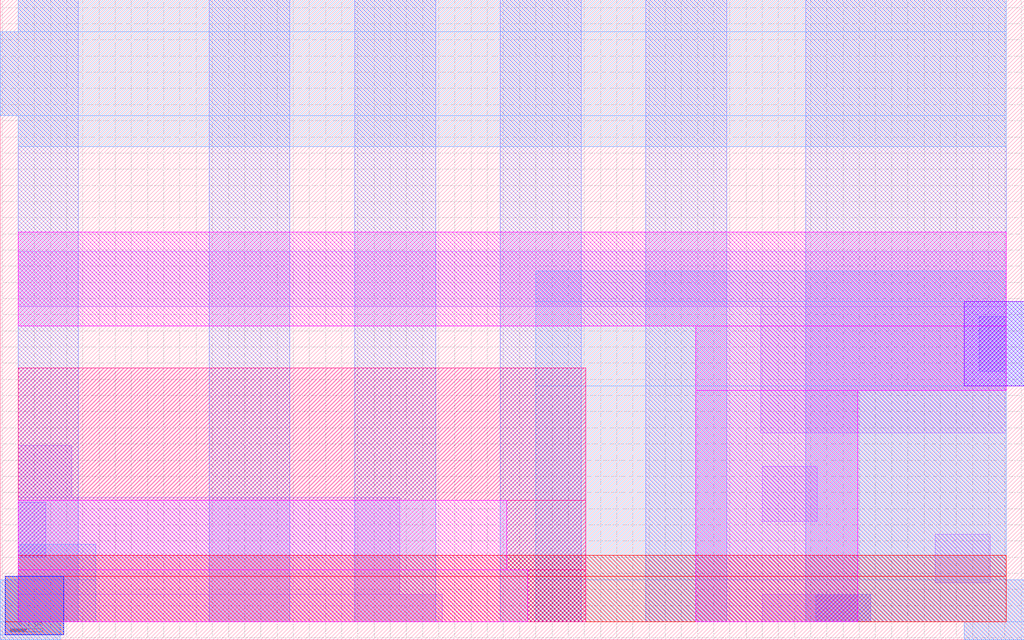
<source format=lef>
# Copyright 2020 The SkyWater PDK Authors
#
# Licensed under the Apache License, Version 2.0 (the "License");
# you may not use this file except in compliance with the License.
# You may obtain a copy of the License at
#
#     https://www.apache.org/licenses/LICENSE-2.0
#
# Unless required by applicable law or agreed to in writing, software
# distributed under the License is distributed on an "AS IS" BASIS,
# WITHOUT WARRANTIES OR CONDITIONS OF ANY KIND, either express or implied.
# See the License for the specific language governing permissions and
# limitations under the License.
#
# SPDX-License-Identifier: Apache-2.0

VERSION 5.7 ;
  NOWIREEXTENSIONATPIN ON ;
  DIVIDERCHAR "/" ;
  BUSBITCHARS "[]" ;
MACRO sky130_fd_bd_sram__sram_dp_colend_swldrv_opt1
  CLASS BLOCK ;
  FOREIGN sky130_fd_bd_sram__sram_dp_colend_swldrv_opt1 ;
  ORIGIN  0.055000  0.055000 ;
  SIZE  3.165000 BY  1.980000 ;
  OBS
    LAYER li1 ;
      RECT 0.000000 0.000000 1.310000 0.085000 ;
      RECT 0.000000 0.085000 1.180000 0.385000 ;
      RECT 0.000000 0.385000 0.165000 0.545000 ;
      RECT 0.000000 0.975000 3.055000 1.145000 ;
      RECT 2.295000 0.585000 3.055000 0.975000 ;
      RECT 2.300000 0.000000 2.635000 0.085000 ;
      RECT 2.300000 0.310000 2.470000 0.480000 ;
      RECT 2.835000 0.120000 3.005000 0.270000 ;
    LAYER mcon ;
      RECT 0.000000 0.200000 0.085000 0.370000 ;
      RECT 2.465000 0.000000 2.635000 0.085000 ;
      RECT 2.970000 0.775000 3.055000 0.945000 ;
    LAYER met1 ;
      RECT -0.055000 -0.055000 0.130000 0.000000 ;
      RECT -0.055000  0.000000 0.185000 0.130000 ;
      RECT -0.055000  1.565000 0.185000 1.825000 ;
      RECT  0.000000  0.130000 0.185000 1.565000 ;
      RECT  0.000000  1.825000 0.185000 1.925000 ;
      RECT  0.590000  0.000000 0.840000 1.925000 ;
      RECT  1.040000  0.000000 1.290000 1.925000 ;
      RECT  1.490000  0.000000 1.740000 1.925000 ;
      RECT  1.940000  0.000000 2.190000 1.925000 ;
      RECT  2.435000  0.000000 3.110000 0.130000 ;
      RECT  2.435000  0.130000 3.055000 0.730000 ;
      RECT  2.435000  0.730000 3.110000 0.990000 ;
      RECT  2.435000  0.990000 3.055000 1.925000 ;
      RECT  2.925000 -0.055000 3.110000 0.000000 ;
    LAYER met2 ;
      RECT -0.055000 -0.055000 0.130000 -0.040000 ;
      RECT -0.055000 -0.040000 0.140000  0.000000 ;
      RECT -0.055000  0.000000 0.240000  0.130000 ;
      RECT -0.055000  1.565000 3.055000  1.825000 ;
      RECT -0.040000  0.130000 0.240000  0.140000 ;
      RECT  0.000000  0.140000 0.240000  0.240000 ;
      RECT  0.000000  1.470000 3.055000  1.565000 ;
      RECT  0.000000  1.825000 3.055000  1.925000 ;
      RECT  1.600000  0.000000 3.110000  0.130000 ;
      RECT  1.600000  0.130000 3.055000  0.730000 ;
      RECT  1.600000  0.730000 3.110000  0.990000 ;
      RECT  1.600000  0.990000 3.055000  1.085000 ;
      RECT  2.925000 -0.055000 3.110000  0.000000 ;
    LAYER met3 ;
      RECT -0.040000 -0.040000 0.140000 0.000000 ;
      RECT -0.040000  0.000000 3.055000 0.140000 ;
      RECT  0.000000  0.140000 3.055000 0.205000 ;
    LAYER nwell ;
      RECT 0.000000 0.375000 1.755000 0.785000 ;
    LAYER nwell ;
      RECT 1.510000 0.160000 1.755000 0.375000 ;
    LAYER nwell ;
      RECT 1.575000 0.000000 1.755000 0.160000 ;
    LAYER pwell ;
      RECT 0.000000 0.000000 1.575000 0.160000 ;
    LAYER pwell ;
      RECT 0.000000 0.160000 1.510000 0.375000 ;
    LAYER pwell ;
      RECT 0.000000 0.915000 3.055000 1.205000 ;
    LAYER pwell ;
      RECT 2.095000 0.000000 2.595000 0.715000 ;
      RECT 2.095000 0.715000 3.055000 0.915000 ;
    LAYER via ;
      RECT 2.925000 0.730000 3.110000 0.990000 ;
    LAYER via2 ;
      RECT -0.040000 -0.040000 0.140000 0.140000 ;
  END
END sky130_fd_bd_sram__sram_dp_colend_swldrv_opt1
END LIBRARY

</source>
